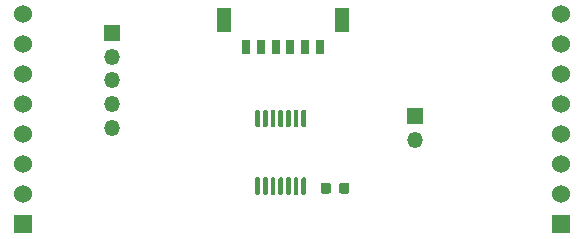
<source format=gts>
%TF.GenerationSoftware,KiCad,Pcbnew,(5.1.10)-1*%
%TF.CreationDate,2021-11-25T10:31:52+01:00*%
%TF.ProjectId,CLIP_HOSTBOARD,434c4950-5f48-44f5-9354-424f4152442e,rev?*%
%TF.SameCoordinates,Original*%
%TF.FileFunction,Soldermask,Top*%
%TF.FilePolarity,Negative*%
%FSLAX46Y46*%
G04 Gerber Fmt 4.6, Leading zero omitted, Abs format (unit mm)*
G04 Created by KiCad (PCBNEW (5.1.10)-1) date 2021-11-25 10:31:52*
%MOMM*%
%LPD*%
G01*
G04 APERTURE LIST*
%ADD10C,1.524000*%
%ADD11R,1.524000X1.524000*%
%ADD12R,0.800000X1.200000*%
%ADD13R,1.300000X2.150000*%
%ADD14R,1.350000X1.350000*%
%ADD15O,1.350000X1.350000*%
G04 APERTURE END LIST*
D10*
%TO.C,S1*%
X166426201Y-81834800D03*
X166426201Y-84374800D03*
X166426201Y-86914800D03*
X166426201Y-89454800D03*
X166426201Y-91994800D03*
X166426201Y-94534800D03*
X166426201Y-97074800D03*
D11*
X166426201Y-99614800D03*
X120866201Y-99614800D03*
D10*
X120866201Y-97074800D03*
X120866201Y-94534800D03*
X120866201Y-91994800D03*
X120866201Y-89454800D03*
X120866201Y-86914800D03*
X120866201Y-84374800D03*
X120866201Y-81834800D03*
%TD*%
D12*
%TO.C,J1*%
X139762700Y-84635140D03*
X141012700Y-84635140D03*
X142262700Y-84635140D03*
X143512700Y-84635140D03*
X144762700Y-84635140D03*
X146012700Y-84635140D03*
D13*
X137862700Y-82340140D03*
X147912700Y-82340140D03*
%TD*%
%TO.C,U1*%
G36*
G01*
X144542120Y-89927880D02*
X144742120Y-89927880D01*
G75*
G02*
X144842120Y-90027880I0J-100000D01*
G01*
X144842120Y-91302880D01*
G75*
G02*
X144742120Y-91402880I-100000J0D01*
G01*
X144542120Y-91402880D01*
G75*
G02*
X144442120Y-91302880I0J100000D01*
G01*
X144442120Y-90027880D01*
G75*
G02*
X144542120Y-89927880I100000J0D01*
G01*
G37*
G36*
G01*
X143892120Y-89927880D02*
X144092120Y-89927880D01*
G75*
G02*
X144192120Y-90027880I0J-100000D01*
G01*
X144192120Y-91302880D01*
G75*
G02*
X144092120Y-91402880I-100000J0D01*
G01*
X143892120Y-91402880D01*
G75*
G02*
X143792120Y-91302880I0J100000D01*
G01*
X143792120Y-90027880D01*
G75*
G02*
X143892120Y-89927880I100000J0D01*
G01*
G37*
G36*
G01*
X143242120Y-89927880D02*
X143442120Y-89927880D01*
G75*
G02*
X143542120Y-90027880I0J-100000D01*
G01*
X143542120Y-91302880D01*
G75*
G02*
X143442120Y-91402880I-100000J0D01*
G01*
X143242120Y-91402880D01*
G75*
G02*
X143142120Y-91302880I0J100000D01*
G01*
X143142120Y-90027880D01*
G75*
G02*
X143242120Y-89927880I100000J0D01*
G01*
G37*
G36*
G01*
X142592120Y-89927880D02*
X142792120Y-89927880D01*
G75*
G02*
X142892120Y-90027880I0J-100000D01*
G01*
X142892120Y-91302880D01*
G75*
G02*
X142792120Y-91402880I-100000J0D01*
G01*
X142592120Y-91402880D01*
G75*
G02*
X142492120Y-91302880I0J100000D01*
G01*
X142492120Y-90027880D01*
G75*
G02*
X142592120Y-89927880I100000J0D01*
G01*
G37*
G36*
G01*
X141942120Y-89927880D02*
X142142120Y-89927880D01*
G75*
G02*
X142242120Y-90027880I0J-100000D01*
G01*
X142242120Y-91302880D01*
G75*
G02*
X142142120Y-91402880I-100000J0D01*
G01*
X141942120Y-91402880D01*
G75*
G02*
X141842120Y-91302880I0J100000D01*
G01*
X141842120Y-90027880D01*
G75*
G02*
X141942120Y-89927880I100000J0D01*
G01*
G37*
G36*
G01*
X141292120Y-89927880D02*
X141492120Y-89927880D01*
G75*
G02*
X141592120Y-90027880I0J-100000D01*
G01*
X141592120Y-91302880D01*
G75*
G02*
X141492120Y-91402880I-100000J0D01*
G01*
X141292120Y-91402880D01*
G75*
G02*
X141192120Y-91302880I0J100000D01*
G01*
X141192120Y-90027880D01*
G75*
G02*
X141292120Y-89927880I100000J0D01*
G01*
G37*
G36*
G01*
X140642120Y-89927880D02*
X140842120Y-89927880D01*
G75*
G02*
X140942120Y-90027880I0J-100000D01*
G01*
X140942120Y-91302880D01*
G75*
G02*
X140842120Y-91402880I-100000J0D01*
G01*
X140642120Y-91402880D01*
G75*
G02*
X140542120Y-91302880I0J100000D01*
G01*
X140542120Y-90027880D01*
G75*
G02*
X140642120Y-89927880I100000J0D01*
G01*
G37*
G36*
G01*
X140642120Y-95652880D02*
X140842120Y-95652880D01*
G75*
G02*
X140942120Y-95752880I0J-100000D01*
G01*
X140942120Y-97027880D01*
G75*
G02*
X140842120Y-97127880I-100000J0D01*
G01*
X140642120Y-97127880D01*
G75*
G02*
X140542120Y-97027880I0J100000D01*
G01*
X140542120Y-95752880D01*
G75*
G02*
X140642120Y-95652880I100000J0D01*
G01*
G37*
G36*
G01*
X141292120Y-95652880D02*
X141492120Y-95652880D01*
G75*
G02*
X141592120Y-95752880I0J-100000D01*
G01*
X141592120Y-97027880D01*
G75*
G02*
X141492120Y-97127880I-100000J0D01*
G01*
X141292120Y-97127880D01*
G75*
G02*
X141192120Y-97027880I0J100000D01*
G01*
X141192120Y-95752880D01*
G75*
G02*
X141292120Y-95652880I100000J0D01*
G01*
G37*
G36*
G01*
X141942120Y-95652880D02*
X142142120Y-95652880D01*
G75*
G02*
X142242120Y-95752880I0J-100000D01*
G01*
X142242120Y-97027880D01*
G75*
G02*
X142142120Y-97127880I-100000J0D01*
G01*
X141942120Y-97127880D01*
G75*
G02*
X141842120Y-97027880I0J100000D01*
G01*
X141842120Y-95752880D01*
G75*
G02*
X141942120Y-95652880I100000J0D01*
G01*
G37*
G36*
G01*
X142592120Y-95652880D02*
X142792120Y-95652880D01*
G75*
G02*
X142892120Y-95752880I0J-100000D01*
G01*
X142892120Y-97027880D01*
G75*
G02*
X142792120Y-97127880I-100000J0D01*
G01*
X142592120Y-97127880D01*
G75*
G02*
X142492120Y-97027880I0J100000D01*
G01*
X142492120Y-95752880D01*
G75*
G02*
X142592120Y-95652880I100000J0D01*
G01*
G37*
G36*
G01*
X143242120Y-95652880D02*
X143442120Y-95652880D01*
G75*
G02*
X143542120Y-95752880I0J-100000D01*
G01*
X143542120Y-97027880D01*
G75*
G02*
X143442120Y-97127880I-100000J0D01*
G01*
X143242120Y-97127880D01*
G75*
G02*
X143142120Y-97027880I0J100000D01*
G01*
X143142120Y-95752880D01*
G75*
G02*
X143242120Y-95652880I100000J0D01*
G01*
G37*
G36*
G01*
X143892120Y-95652880D02*
X144092120Y-95652880D01*
G75*
G02*
X144192120Y-95752880I0J-100000D01*
G01*
X144192120Y-97027880D01*
G75*
G02*
X144092120Y-97127880I-100000J0D01*
G01*
X143892120Y-97127880D01*
G75*
G02*
X143792120Y-97027880I0J100000D01*
G01*
X143792120Y-95752880D01*
G75*
G02*
X143892120Y-95652880I100000J0D01*
G01*
G37*
G36*
G01*
X144542120Y-95652880D02*
X144742120Y-95652880D01*
G75*
G02*
X144842120Y-95752880I0J-100000D01*
G01*
X144842120Y-97027880D01*
G75*
G02*
X144742120Y-97127880I-100000J0D01*
G01*
X144542120Y-97127880D01*
G75*
G02*
X144442120Y-97027880I0J100000D01*
G01*
X144442120Y-95752880D01*
G75*
G02*
X144542120Y-95652880I100000J0D01*
G01*
G37*
%TD*%
D14*
%TO.C,J2*%
X154099260Y-90472260D03*
D15*
X154099260Y-92472260D03*
%TD*%
D14*
%TO.C,J3*%
X128374140Y-83423760D03*
D15*
X128374140Y-85423760D03*
X128374140Y-87423760D03*
X128374140Y-89423760D03*
X128374140Y-91423760D03*
%TD*%
%TO.C,C1*%
G36*
G01*
X148514820Y-96310640D02*
X148514820Y-96810640D01*
G75*
G02*
X148289820Y-97035640I-225000J0D01*
G01*
X147839820Y-97035640D01*
G75*
G02*
X147614820Y-96810640I0J225000D01*
G01*
X147614820Y-96310640D01*
G75*
G02*
X147839820Y-96085640I225000J0D01*
G01*
X148289820Y-96085640D01*
G75*
G02*
X148514820Y-96310640I0J-225000D01*
G01*
G37*
G36*
G01*
X146964820Y-96310640D02*
X146964820Y-96810640D01*
G75*
G02*
X146739820Y-97035640I-225000J0D01*
G01*
X146289820Y-97035640D01*
G75*
G02*
X146064820Y-96810640I0J225000D01*
G01*
X146064820Y-96310640D01*
G75*
G02*
X146289820Y-96085640I225000J0D01*
G01*
X146739820Y-96085640D01*
G75*
G02*
X146964820Y-96310640I0J-225000D01*
G01*
G37*
%TD*%
M02*

</source>
